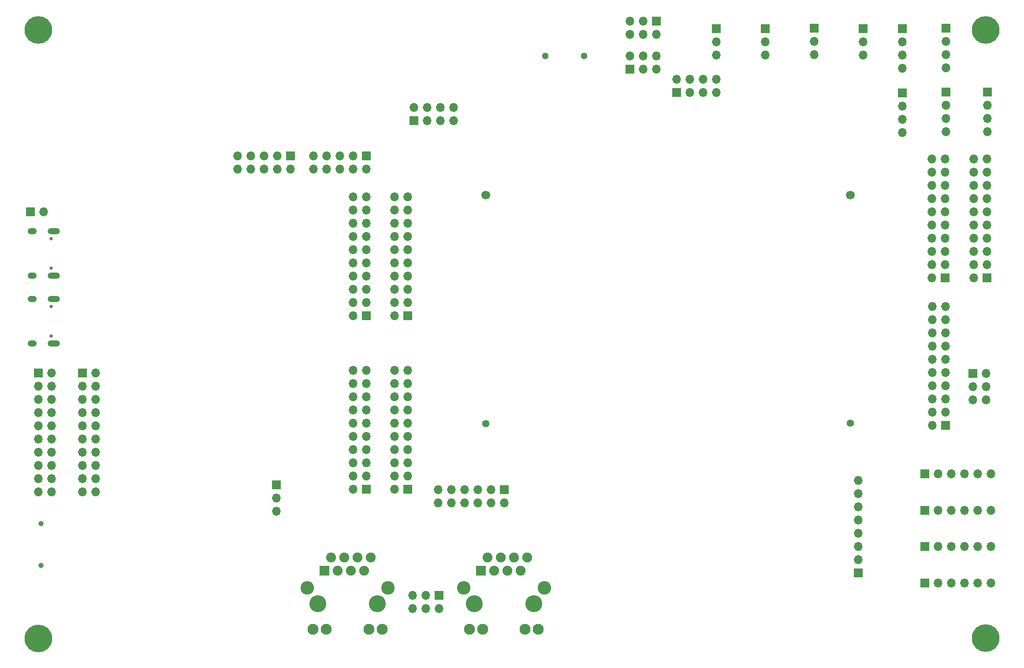
<source format=gbr>
%TF.GenerationSoftware,KiCad,Pcbnew,7.0.1*%
%TF.CreationDate,2023-05-17T15:07:38+08:00*%
%TF.ProjectId,PSVB_EvalBoard,50535642-5f45-4766-916c-426f6172642e,rev?*%
%TF.SameCoordinates,Original*%
%TF.FileFunction,Soldermask,Bot*%
%TF.FilePolarity,Negative*%
%FSLAX46Y46*%
G04 Gerber Fmt 4.6, Leading zero omitted, Abs format (unit mm)*
G04 Created by KiCad (PCBNEW 7.0.1) date 2023-05-17 15:07:38*
%MOMM*%
%LPD*%
G01*
G04 APERTURE LIST*
%ADD10R,1.700000X1.700000*%
%ADD11O,1.700000X1.700000*%
%ADD12C,5.304000*%
%ADD13C,1.400000*%
%ADD14C,1.700000*%
%ADD15C,0.650000*%
%ADD16O,2.340000X1.240000*%
%ADD17O,1.740000X1.240000*%
%ADD18C,3.250000*%
%ADD19R,1.900000X1.900000*%
%ADD20C,1.900000*%
%ADD21C,2.100000*%
%ADD22C,2.600000*%
%ADD23C,1.300000*%
%ADD24C,1.000000*%
G04 APERTURE END LIST*
D10*
%TO.C,J9*%
X125000000Y-122326400D03*
D11*
X122460000Y-122326400D03*
X125000000Y-119786400D03*
X122460000Y-119786400D03*
X125000000Y-117246400D03*
X122460000Y-117246400D03*
X125000000Y-114706400D03*
X122460000Y-114706400D03*
X125000000Y-112166400D03*
X122460000Y-112166400D03*
X125000000Y-109626400D03*
X122460000Y-109626400D03*
X125000000Y-107086400D03*
X122460000Y-107086400D03*
X125000000Y-104546400D03*
X122460000Y-104546400D03*
X125000000Y-102006400D03*
X122460000Y-102006400D03*
X125000000Y-99466400D03*
X122460000Y-99466400D03*
%TD*%
D10*
%TO.C,AKINA_JTAG1*%
X116987400Y-58262600D03*
D11*
X116987400Y-60802600D03*
X114447400Y-58262600D03*
X114447400Y-60802600D03*
X111907400Y-58262600D03*
X111907400Y-60802600D03*
X109367400Y-58262600D03*
X109367400Y-60802600D03*
X106827400Y-58262600D03*
X106827400Y-60802600D03*
%TD*%
D12*
%TO.C,T1*%
X54000000Y-34000000D03*
%TD*%
D10*
%TO.C,J22*%
X224282000Y-133350000D03*
D11*
X226822000Y-133350000D03*
X229362000Y-133350000D03*
X231902000Y-133350000D03*
X234442000Y-133350000D03*
X236982000Y-133350000D03*
%TD*%
D10*
%TO.C,J13*%
X233522600Y-100091000D03*
D11*
X236062600Y-100091000D03*
X233522600Y-102631000D03*
X236062600Y-102631000D03*
X233522600Y-105171000D03*
X236062600Y-105171000D03*
%TD*%
D10*
%TO.C,J21*%
X224282000Y-126365000D03*
D11*
X226822000Y-126365000D03*
X229362000Y-126365000D03*
X231902000Y-126365000D03*
X234442000Y-126365000D03*
X236982000Y-126365000D03*
%TD*%
D10*
%TO.C,J28*%
X99771200Y-121462800D03*
D11*
X99771200Y-124002800D03*
X99771200Y-126542800D03*
%TD*%
D10*
%TO.C,J29*%
X167655000Y-41559400D03*
D11*
X167655000Y-39019400D03*
X170195000Y-41559400D03*
X170195000Y-39019400D03*
X172735000Y-41559400D03*
X172735000Y-39019400D03*
%TD*%
D10*
%TO.C,J8*%
X228244400Y-110083600D03*
D11*
X225704400Y-110083600D03*
X228244400Y-107543600D03*
X225704400Y-107543600D03*
X228244400Y-105003600D03*
X225704400Y-105003600D03*
X228244400Y-102463600D03*
X225704400Y-102463600D03*
X228244400Y-99923600D03*
X225704400Y-99923600D03*
X228244400Y-97383600D03*
X225704400Y-97383600D03*
X228244400Y-94843600D03*
X225704400Y-94843600D03*
X228244400Y-92303600D03*
X225704400Y-92303600D03*
X228244400Y-89763600D03*
X225704400Y-89763600D03*
X228244400Y-87223600D03*
X225704400Y-87223600D03*
%TD*%
D10*
%TO.C,J26*%
X203073000Y-33655000D03*
D11*
X203073000Y-36195000D03*
X203073000Y-38735000D03*
%TD*%
D13*
%TO.C,BTB100x1*%
X210000000Y-109675000D03*
D14*
X210000000Y-65775000D03*
D13*
X140000000Y-109725000D03*
D14*
X140000000Y-65775000D03*
%TD*%
D12*
%TO.C,T4*%
X235983200Y-150971600D03*
%TD*%
D15*
%TO.C,USB2*%
X56500000Y-87160000D03*
X56500000Y-92875000D03*
D16*
X57030000Y-85730000D03*
X57030000Y-94275000D03*
D17*
X52850000Y-85730000D03*
X52850000Y-94275000D03*
%TD*%
D10*
%TO.C,J14*%
X219964000Y-33792000D03*
D11*
X219964000Y-36332000D03*
X219964000Y-38872000D03*
X219964000Y-41412000D03*
%TD*%
D10*
%TO.C,J12*%
X236270800Y-81686400D03*
D11*
X233730800Y-81686400D03*
X236270800Y-79146400D03*
X233730800Y-79146400D03*
X236270800Y-76606400D03*
X233730800Y-76606400D03*
X236270800Y-74066400D03*
X233730800Y-74066400D03*
X236270800Y-71526400D03*
X233730800Y-71526400D03*
X236270800Y-68986400D03*
X233730800Y-68986400D03*
X236270800Y-66446400D03*
X233730800Y-66446400D03*
X236270800Y-63906400D03*
X233730800Y-63906400D03*
X236270800Y-61366400D03*
X233730800Y-61366400D03*
X236270800Y-58826400D03*
X233730800Y-58826400D03*
%TD*%
D18*
%TO.C,ETH2*%
X107730000Y-144350000D03*
X119160000Y-144350000D03*
D19*
X109000000Y-138000000D03*
D20*
X110270000Y-135460000D03*
X111540000Y-138000000D03*
X112810000Y-135460000D03*
X114080000Y-138000000D03*
X115350000Y-135460000D03*
X116620000Y-138000000D03*
X117890000Y-135460000D03*
D21*
X106820000Y-149250000D03*
X109360000Y-149250000D03*
X117530000Y-149250000D03*
X120070000Y-149250000D03*
D22*
X105700000Y-141300000D03*
X121190000Y-141300000D03*
%TD*%
D10*
%TO.C,ST_JTAG1*%
X102463600Y-58267600D03*
D11*
X102463600Y-60807600D03*
X99923600Y-58267600D03*
X99923600Y-60807600D03*
X97383600Y-58267600D03*
X97383600Y-60807600D03*
X94843600Y-58267600D03*
X94843600Y-60807600D03*
X92303600Y-58267600D03*
X92303600Y-60807600D03*
%TD*%
D10*
%TO.C,J7*%
X228219000Y-81686400D03*
D11*
X225679000Y-81686400D03*
X228219000Y-79146400D03*
X225679000Y-79146400D03*
X228219000Y-76606400D03*
X225679000Y-76606400D03*
X228219000Y-74066400D03*
X225679000Y-74066400D03*
X228219000Y-71526400D03*
X225679000Y-71526400D03*
X228219000Y-68986400D03*
X225679000Y-68986400D03*
X228219000Y-66446400D03*
X225679000Y-66446400D03*
X228219000Y-63906400D03*
X225679000Y-63906400D03*
X228219000Y-61366400D03*
X225679000Y-61366400D03*
X228219000Y-58826400D03*
X225679000Y-58826400D03*
%TD*%
D10*
%TO.C,J25*%
X193675000Y-33782000D03*
D11*
X193675000Y-36322000D03*
X193675000Y-38862000D03*
%TD*%
D10*
%TO.C,J30*%
X172705000Y-32354600D03*
D11*
X172705000Y-34894600D03*
X170165000Y-32354600D03*
X170165000Y-34894600D03*
X167625000Y-32354600D03*
X167625000Y-34894600D03*
%TD*%
D10*
%TO.C,J20*%
X224282000Y-119380000D03*
D11*
X226822000Y-119380000D03*
X229362000Y-119380000D03*
X231902000Y-119380000D03*
X234442000Y-119380000D03*
X236982000Y-119380000D03*
%TD*%
D10*
%TO.C,J17*%
X219964000Y-46126400D03*
D11*
X219964000Y-48666400D03*
X219964000Y-51206400D03*
X219964000Y-53746400D03*
%TD*%
D10*
%TO.C,SCREEN1*%
X211480400Y-138430000D03*
D11*
X211480400Y-135890000D03*
X211480400Y-133350000D03*
X211480400Y-130810000D03*
X211480400Y-128270000D03*
X211480400Y-125730000D03*
X211480400Y-123190000D03*
X211480400Y-120650000D03*
%TD*%
D10*
%TO.C,J3*%
X54000000Y-100000000D03*
D11*
X56540000Y-100000000D03*
X54000000Y-102540000D03*
X56540000Y-102540000D03*
X54000000Y-105080000D03*
X56540000Y-105080000D03*
X54000000Y-107620000D03*
X56540000Y-107620000D03*
X54000000Y-110160000D03*
X56540000Y-110160000D03*
X54000000Y-112700000D03*
X56540000Y-112700000D03*
X54000000Y-115240000D03*
X56540000Y-115240000D03*
X54000000Y-117780000D03*
X56540000Y-117780000D03*
X54000000Y-120320000D03*
X56540000Y-120320000D03*
X54000000Y-122860000D03*
X56540000Y-122860000D03*
%TD*%
D23*
%TO.C,BAT1*%
X158864400Y-39065200D03*
X151364400Y-39065200D03*
%TD*%
D10*
%TO.C,J19*%
X176590800Y-46029800D03*
D11*
X176590800Y-43489800D03*
X179130800Y-46029800D03*
X179130800Y-43489800D03*
X181670800Y-46029800D03*
X181670800Y-43489800D03*
X184210800Y-46029800D03*
X184210800Y-43489800D03*
%TD*%
D10*
%TO.C,J27*%
X212471000Y-33782000D03*
D11*
X212471000Y-36322000D03*
X212471000Y-38862000D03*
%TD*%
D10*
%TO.C,J16*%
X228346000Y-45984000D03*
D11*
X228346000Y-48524000D03*
X228346000Y-51064000D03*
X228346000Y-53604000D03*
%TD*%
D10*
%TO.C,J4*%
X117000000Y-122326400D03*
D11*
X114460000Y-122326400D03*
X117000000Y-119786400D03*
X114460000Y-119786400D03*
X117000000Y-117246400D03*
X114460000Y-117246400D03*
X117000000Y-114706400D03*
X114460000Y-114706400D03*
X117000000Y-112166400D03*
X114460000Y-112166400D03*
X117000000Y-109626400D03*
X114460000Y-109626400D03*
X117000000Y-107086400D03*
X114460000Y-107086400D03*
X117000000Y-104546400D03*
X114460000Y-104546400D03*
X117000000Y-102006400D03*
X114460000Y-102006400D03*
X117000000Y-99466400D03*
X114460000Y-99466400D03*
%TD*%
D10*
%TO.C,J11*%
X143510000Y-122423000D03*
D11*
X143510000Y-124963000D03*
X140970000Y-122423000D03*
X140970000Y-124963000D03*
X138430000Y-122423000D03*
X138430000Y-124963000D03*
X135890000Y-122423000D03*
X135890000Y-124963000D03*
X133350000Y-122423000D03*
X133350000Y-124963000D03*
X130810000Y-122423000D03*
X130810000Y-124963000D03*
%TD*%
D10*
%TO.C,J10*%
X125000000Y-88948000D03*
D11*
X122460000Y-88948000D03*
X125000000Y-86408000D03*
X122460000Y-86408000D03*
X125000000Y-83868000D03*
X122460000Y-83868000D03*
X125000000Y-81328000D03*
X122460000Y-81328000D03*
X125000000Y-78788000D03*
X122460000Y-78788000D03*
X125000000Y-76248000D03*
X122460000Y-76248000D03*
X125000000Y-73708000D03*
X122460000Y-73708000D03*
X125000000Y-71168000D03*
X122460000Y-71168000D03*
X125000000Y-68628000D03*
X122460000Y-68628000D03*
X125000000Y-66088000D03*
X122460000Y-66088000D03*
%TD*%
D18*
%TO.C,ETH1*%
X137730000Y-144350000D03*
X149160000Y-144350000D03*
D19*
X139000000Y-138000000D03*
D20*
X140270000Y-135460000D03*
X141540000Y-138000000D03*
X142810000Y-135460000D03*
X144080000Y-138000000D03*
X145350000Y-135460000D03*
X146620000Y-138000000D03*
X147890000Y-135460000D03*
D21*
X136820000Y-149250000D03*
X139360000Y-149250000D03*
X147530000Y-149250000D03*
X150070000Y-149250000D03*
D22*
X135700000Y-141300000D03*
X151190000Y-141300000D03*
%TD*%
D10*
%TO.C,J5*%
X62500000Y-100000000D03*
D11*
X65040000Y-100000000D03*
X62500000Y-102540000D03*
X65040000Y-102540000D03*
X62500000Y-105080000D03*
X65040000Y-105080000D03*
X62500000Y-107620000D03*
X65040000Y-107620000D03*
X62500000Y-110160000D03*
X65040000Y-110160000D03*
X62500000Y-112700000D03*
X65040000Y-112700000D03*
X62500000Y-115240000D03*
X65040000Y-115240000D03*
X62500000Y-117780000D03*
X65040000Y-117780000D03*
X62500000Y-120320000D03*
X65040000Y-120320000D03*
X62500000Y-122860000D03*
X65040000Y-122860000D03*
%TD*%
D12*
%TO.C,T2*%
X54000000Y-151000000D03*
%TD*%
D10*
%TO.C,J24*%
X184277000Y-33782000D03*
D11*
X184277000Y-36322000D03*
X184277000Y-38862000D03*
%TD*%
D10*
%TO.C,J6*%
X117000000Y-88948000D03*
D11*
X114460000Y-88948000D03*
X117000000Y-86408000D03*
X114460000Y-86408000D03*
X117000000Y-83868000D03*
X114460000Y-83868000D03*
X117000000Y-81328000D03*
X114460000Y-81328000D03*
X117000000Y-78788000D03*
X114460000Y-78788000D03*
X117000000Y-76248000D03*
X114460000Y-76248000D03*
X117000000Y-73708000D03*
X114460000Y-73708000D03*
X117000000Y-71168000D03*
X114460000Y-71168000D03*
X117000000Y-68628000D03*
X114460000Y-68628000D03*
X117000000Y-66088000D03*
X114460000Y-66088000D03*
%TD*%
D10*
%TO.C,J2*%
X52471400Y-68986400D03*
D11*
X55011400Y-68986400D03*
%TD*%
D10*
%TO.C,J18*%
X236347000Y-45984000D03*
D11*
X236347000Y-48524000D03*
X236347000Y-51064000D03*
X236347000Y-53604000D03*
%TD*%
D10*
%TO.C,J15*%
X228346000Y-33665000D03*
D11*
X228346000Y-36205000D03*
X228346000Y-38745000D03*
X228346000Y-41285000D03*
%TD*%
D10*
%TO.C,J1*%
X126136400Y-51460400D03*
D11*
X126136400Y-48920400D03*
X128676400Y-51460400D03*
X128676400Y-48920400D03*
X131216400Y-51460400D03*
X131216400Y-48920400D03*
X133756400Y-51460400D03*
X133756400Y-48920400D03*
%TD*%
D12*
%TO.C,T3*%
X236000000Y-34000000D03*
%TD*%
D24*
%TO.C,SD1*%
X54508400Y-128981200D03*
X54508400Y-136981200D03*
%TD*%
D10*
%TO.C,J23*%
X224282000Y-140335000D03*
D11*
X226822000Y-140335000D03*
X229362000Y-140335000D03*
X231902000Y-140335000D03*
X234442000Y-140335000D03*
X236982000Y-140335000D03*
%TD*%
D10*
%TO.C,J31*%
X130998200Y-142743000D03*
D11*
X130998200Y-145283000D03*
X128458200Y-142743000D03*
X128458200Y-145283000D03*
X125918200Y-142743000D03*
X125918200Y-145283000D03*
%TD*%
D15*
%TO.C,USB1*%
X56500000Y-74160000D03*
X56500000Y-79875000D03*
D16*
X57030000Y-72730000D03*
X57030000Y-81275000D03*
D17*
X52850000Y-72730000D03*
X52850000Y-81275000D03*
%TD*%
M02*

</source>
